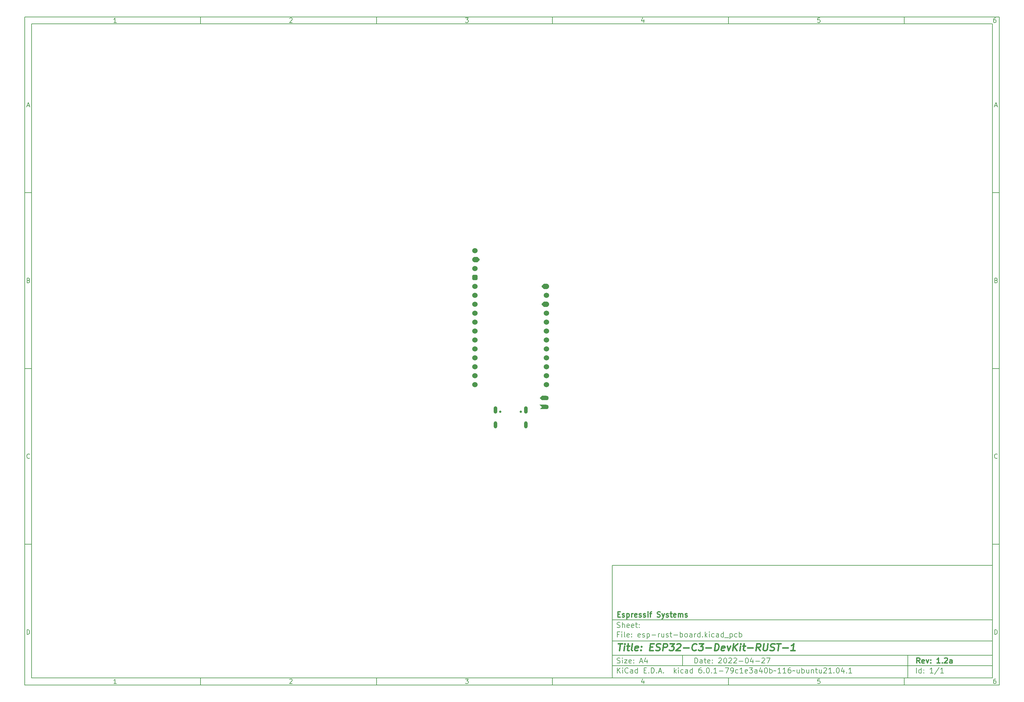
<source format=gbr>
G04 #@! TF.GenerationSoftware,KiCad,Pcbnew,6.0.1-79c1e3a40b~116~ubuntu21.04.1*
G04 #@! TF.CreationDate,2022-06-01T13:50:28+01:00*
G04 #@! TF.ProjectId,esp-rust-board,6573702d-7275-4737-942d-626f6172642e,1.2a*
G04 #@! TF.SameCoordinates,Original*
G04 #@! TF.FileFunction,Soldermask,Bot*
G04 #@! TF.FilePolarity,Negative*
%FSLAX46Y46*%
G04 Gerber Fmt 4.6, Leading zero omitted, Abs format (unit mm)*
G04 Created by KiCad (PCBNEW 6.0.1-79c1e3a40b~116~ubuntu21.04.1) date 2022-06-01 13:50:28*
%MOMM*%
%LPD*%
G01*
G04 APERTURE LIST*
G04 Aperture macros list*
%AMRoundRect*
0 Rectangle with rounded corners*
0 $1 Rounding radius*
0 $2 $3 $4 $5 $6 $7 $8 $9 X,Y pos of 4 corners*
0 Add a 4 corners polygon primitive as box body*
4,1,4,$2,$3,$4,$5,$6,$7,$8,$9,$2,$3,0*
0 Add four circle primitives for the rounded corners*
1,1,$1+$1,$2,$3*
1,1,$1+$1,$4,$5*
1,1,$1+$1,$6,$7*
1,1,$1+$1,$8,$9*
0 Add four rect primitives between the rounded corners*
20,1,$1+$1,$2,$3,$4,$5,0*
20,1,$1+$1,$4,$5,$6,$7,0*
20,1,$1+$1,$6,$7,$8,$9,0*
20,1,$1+$1,$8,$9,$2,$3,0*%
%AMFreePoly0*
4,1,20,0.635000,1.270000,0.635000,0.000000,0.634861,-0.013298,0.613363,-0.164350,0.556455,-0.305914,0.467422,-0.429816,0.351404,-0.528905,0.215099,-0.597459,0.066376,-0.631521,-0.086179,-0.629125,-0.233759,-0.590408,-0.367844,-0.517606,-0.480692,-0.414922,-0.565789,-0.288284,-0.618223,-0.145003,-0.634231,0.000000,-0.635000,0.000000,-0.635000,1.270000,0.000000,1.905000,0.635000,1.270000,
0.635000,1.270000,$1*%
%AMFreePoly1*
4,1,20,0.635000,0.000000,0.634861,-0.013298,0.613363,-0.164350,0.556455,-0.305914,0.467422,-0.429816,0.351404,-0.528905,0.215099,-0.597459,0.066376,-0.631521,-0.086179,-0.629125,-0.233759,-0.590408,-0.367844,-0.517606,-0.480692,-0.414922,-0.565789,-0.288284,-0.618223,-0.145003,-0.634231,0.000000,-0.635000,0.000000,-0.635000,1.905000,0.000000,1.270000,0.635000,1.905000,0.635000,0.000000,
0.635000,0.000000,$1*%
%AMFreePoly2*
4,1,49,0.002312,0.761665,0.005320,0.761981,0.174003,0.741867,0.334039,0.684881,0.477472,0.593856,0.597174,0.473315,0.687196,0.329249,0.743064,0.168820,0.762000,0.000000,0.761703,-0.021276,0.738060,-0.189502,0.677735,-0.348309,0.583726,-0.489804,0.460705,-0.606956,0.314786,-0.693941,0.153221,-0.746436,0.023340,-0.758256,0.017894,-0.760733,0.009500,-0.759516,0.008003,-0.759652,
0.000000,-0.762000,-0.635000,-0.762000,-0.657384,-0.758754,-0.662054,-0.759085,-0.664565,-0.757713,-0.671070,-0.756770,-0.697347,-0.739803,-0.724802,-0.724803,-1.359803,-0.089803,-1.381610,-0.060599,-1.383542,-0.051624,-1.389035,-0.044268,-1.390951,-0.017209,-1.396658,0.009301,-1.393436,0.017895,-1.394085,0.027055,-1.381079,0.050860,-1.371560,0.076254,-1.364205,0.081746,-1.359803,0.089803,
-0.724802,0.724803,-0.706680,0.738336,-0.703611,0.741872,-0.700865,0.742678,-0.695599,0.746610,-0.665018,0.753194,-0.635000,0.762000,0.000000,0.762000,0.002312,0.761665,0.002312,0.761665,$1*%
%AMFreePoly3*
4,1,48,0.657385,0.758754,0.662055,0.759085,0.664566,0.757713,0.671070,0.756770,0.697342,0.739806,0.724803,0.724803,1.359803,0.089802,1.381610,0.060599,1.383542,0.051625,1.389035,0.044269,1.390951,0.017212,1.396659,-0.009302,1.393437,-0.017898,1.394085,-0.027054,1.381082,-0.050854,1.371560,-0.076254,1.364204,-0.081747,1.359803,-0.089802,0.724803,-0.724803,0.706679,-0.738336,
0.703611,-0.741872,0.700866,-0.742677,0.695599,-0.746610,0.665023,-0.753192,0.635000,-0.762000,0.000000,-0.762000,-0.006861,-0.761005,-0.015958,-0.761833,-0.184344,-0.739365,-0.343569,-0.680150,-0.485717,-0.587131,-0.603725,-0.464931,-0.691726,-0.319622,-0.745348,-0.158429,-0.761926,0.010639,-0.740634,0.179178,-0.682532,0.338812,-0.590508,0.481606,-0.469134,0.600464,-0.324444,0.689478,
-0.163628,0.744224,-0.021304,0.759183,-0.017894,0.760733,-0.013128,0.760042,-0.003071,0.761099,0.000000,0.762000,0.635000,0.762000,0.657385,0.758754,0.657385,0.758754,$1*%
G04 Aperture macros list end*
%ADD10C,0.100000*%
%ADD11C,0.150000*%
%ADD12C,0.300000*%
%ADD13C,0.400000*%
%ADD14FreePoly0,90.000000*%
%ADD15FreePoly1,90.000000*%
%ADD16FreePoly2,0.000000*%
%ADD17C,1.524000*%
%ADD18RoundRect,0.381000X-0.381000X-0.381000X0.381000X-0.381000X0.381000X0.381000X-0.381000X0.381000X0*%
%ADD19FreePoly3,0.000000*%
%ADD20C,0.650000*%
%ADD21O,1.050000X2.100000*%
%ADD22O,1.000000X2.000000*%
G04 APERTURE END LIST*
D10*
D11*
X177002200Y-166007200D02*
X177002200Y-198007200D01*
X285002200Y-198007200D01*
X285002200Y-166007200D01*
X177002200Y-166007200D01*
D10*
D11*
X10000000Y-10000000D02*
X10000000Y-200007200D01*
X287002200Y-200007200D01*
X287002200Y-10000000D01*
X10000000Y-10000000D01*
D10*
D11*
X12000000Y-12000000D02*
X12000000Y-198007200D01*
X285002200Y-198007200D01*
X285002200Y-12000000D01*
X12000000Y-12000000D01*
D10*
D11*
X60000000Y-12000000D02*
X60000000Y-10000000D01*
D10*
D11*
X110000000Y-12000000D02*
X110000000Y-10000000D01*
D10*
D11*
X160000000Y-12000000D02*
X160000000Y-10000000D01*
D10*
D11*
X210000000Y-12000000D02*
X210000000Y-10000000D01*
D10*
D11*
X260000000Y-12000000D02*
X260000000Y-10000000D01*
D10*
D11*
X36065476Y-11588095D02*
X35322619Y-11588095D01*
X35694047Y-11588095D02*
X35694047Y-10288095D01*
X35570238Y-10473809D01*
X35446428Y-10597619D01*
X35322619Y-10659523D01*
D10*
D11*
X85322619Y-10411904D02*
X85384523Y-10350000D01*
X85508333Y-10288095D01*
X85817857Y-10288095D01*
X85941666Y-10350000D01*
X86003571Y-10411904D01*
X86065476Y-10535714D01*
X86065476Y-10659523D01*
X86003571Y-10845238D01*
X85260714Y-11588095D01*
X86065476Y-11588095D01*
D10*
D11*
X135260714Y-10288095D02*
X136065476Y-10288095D01*
X135632142Y-10783333D01*
X135817857Y-10783333D01*
X135941666Y-10845238D01*
X136003571Y-10907142D01*
X136065476Y-11030952D01*
X136065476Y-11340476D01*
X136003571Y-11464285D01*
X135941666Y-11526190D01*
X135817857Y-11588095D01*
X135446428Y-11588095D01*
X135322619Y-11526190D01*
X135260714Y-11464285D01*
D10*
D11*
X185941666Y-10721428D02*
X185941666Y-11588095D01*
X185632142Y-10226190D02*
X185322619Y-11154761D01*
X186127380Y-11154761D01*
D10*
D11*
X236003571Y-10288095D02*
X235384523Y-10288095D01*
X235322619Y-10907142D01*
X235384523Y-10845238D01*
X235508333Y-10783333D01*
X235817857Y-10783333D01*
X235941666Y-10845238D01*
X236003571Y-10907142D01*
X236065476Y-11030952D01*
X236065476Y-11340476D01*
X236003571Y-11464285D01*
X235941666Y-11526190D01*
X235817857Y-11588095D01*
X235508333Y-11588095D01*
X235384523Y-11526190D01*
X235322619Y-11464285D01*
D10*
D11*
X285941666Y-10288095D02*
X285694047Y-10288095D01*
X285570238Y-10350000D01*
X285508333Y-10411904D01*
X285384523Y-10597619D01*
X285322619Y-10845238D01*
X285322619Y-11340476D01*
X285384523Y-11464285D01*
X285446428Y-11526190D01*
X285570238Y-11588095D01*
X285817857Y-11588095D01*
X285941666Y-11526190D01*
X286003571Y-11464285D01*
X286065476Y-11340476D01*
X286065476Y-11030952D01*
X286003571Y-10907142D01*
X285941666Y-10845238D01*
X285817857Y-10783333D01*
X285570238Y-10783333D01*
X285446428Y-10845238D01*
X285384523Y-10907142D01*
X285322619Y-11030952D01*
D10*
D11*
X60000000Y-198007200D02*
X60000000Y-200007200D01*
D10*
D11*
X110000000Y-198007200D02*
X110000000Y-200007200D01*
D10*
D11*
X160000000Y-198007200D02*
X160000000Y-200007200D01*
D10*
D11*
X210000000Y-198007200D02*
X210000000Y-200007200D01*
D10*
D11*
X260000000Y-198007200D02*
X260000000Y-200007200D01*
D10*
D11*
X36065476Y-199595295D02*
X35322619Y-199595295D01*
X35694047Y-199595295D02*
X35694047Y-198295295D01*
X35570238Y-198481009D01*
X35446428Y-198604819D01*
X35322619Y-198666723D01*
D10*
D11*
X85322619Y-198419104D02*
X85384523Y-198357200D01*
X85508333Y-198295295D01*
X85817857Y-198295295D01*
X85941666Y-198357200D01*
X86003571Y-198419104D01*
X86065476Y-198542914D01*
X86065476Y-198666723D01*
X86003571Y-198852438D01*
X85260714Y-199595295D01*
X86065476Y-199595295D01*
D10*
D11*
X135260714Y-198295295D02*
X136065476Y-198295295D01*
X135632142Y-198790533D01*
X135817857Y-198790533D01*
X135941666Y-198852438D01*
X136003571Y-198914342D01*
X136065476Y-199038152D01*
X136065476Y-199347676D01*
X136003571Y-199471485D01*
X135941666Y-199533390D01*
X135817857Y-199595295D01*
X135446428Y-199595295D01*
X135322619Y-199533390D01*
X135260714Y-199471485D01*
D10*
D11*
X185941666Y-198728628D02*
X185941666Y-199595295D01*
X185632142Y-198233390D02*
X185322619Y-199161961D01*
X186127380Y-199161961D01*
D10*
D11*
X236003571Y-198295295D02*
X235384523Y-198295295D01*
X235322619Y-198914342D01*
X235384523Y-198852438D01*
X235508333Y-198790533D01*
X235817857Y-198790533D01*
X235941666Y-198852438D01*
X236003571Y-198914342D01*
X236065476Y-199038152D01*
X236065476Y-199347676D01*
X236003571Y-199471485D01*
X235941666Y-199533390D01*
X235817857Y-199595295D01*
X235508333Y-199595295D01*
X235384523Y-199533390D01*
X235322619Y-199471485D01*
D10*
D11*
X285941666Y-198295295D02*
X285694047Y-198295295D01*
X285570238Y-198357200D01*
X285508333Y-198419104D01*
X285384523Y-198604819D01*
X285322619Y-198852438D01*
X285322619Y-199347676D01*
X285384523Y-199471485D01*
X285446428Y-199533390D01*
X285570238Y-199595295D01*
X285817857Y-199595295D01*
X285941666Y-199533390D01*
X286003571Y-199471485D01*
X286065476Y-199347676D01*
X286065476Y-199038152D01*
X286003571Y-198914342D01*
X285941666Y-198852438D01*
X285817857Y-198790533D01*
X285570238Y-198790533D01*
X285446428Y-198852438D01*
X285384523Y-198914342D01*
X285322619Y-199038152D01*
D10*
D11*
X10000000Y-60000000D02*
X12000000Y-60000000D01*
D10*
D11*
X10000000Y-110000000D02*
X12000000Y-110000000D01*
D10*
D11*
X10000000Y-160000000D02*
X12000000Y-160000000D01*
D10*
D11*
X10690476Y-35216666D02*
X11309523Y-35216666D01*
X10566666Y-35588095D02*
X11000000Y-34288095D01*
X11433333Y-35588095D01*
D10*
D11*
X11092857Y-84907142D02*
X11278571Y-84969047D01*
X11340476Y-85030952D01*
X11402380Y-85154761D01*
X11402380Y-85340476D01*
X11340476Y-85464285D01*
X11278571Y-85526190D01*
X11154761Y-85588095D01*
X10659523Y-85588095D01*
X10659523Y-84288095D01*
X11092857Y-84288095D01*
X11216666Y-84350000D01*
X11278571Y-84411904D01*
X11340476Y-84535714D01*
X11340476Y-84659523D01*
X11278571Y-84783333D01*
X11216666Y-84845238D01*
X11092857Y-84907142D01*
X10659523Y-84907142D01*
D10*
D11*
X11402380Y-135464285D02*
X11340476Y-135526190D01*
X11154761Y-135588095D01*
X11030952Y-135588095D01*
X10845238Y-135526190D01*
X10721428Y-135402380D01*
X10659523Y-135278571D01*
X10597619Y-135030952D01*
X10597619Y-134845238D01*
X10659523Y-134597619D01*
X10721428Y-134473809D01*
X10845238Y-134350000D01*
X11030952Y-134288095D01*
X11154761Y-134288095D01*
X11340476Y-134350000D01*
X11402380Y-134411904D01*
D10*
D11*
X10659523Y-185588095D02*
X10659523Y-184288095D01*
X10969047Y-184288095D01*
X11154761Y-184350000D01*
X11278571Y-184473809D01*
X11340476Y-184597619D01*
X11402380Y-184845238D01*
X11402380Y-185030952D01*
X11340476Y-185278571D01*
X11278571Y-185402380D01*
X11154761Y-185526190D01*
X10969047Y-185588095D01*
X10659523Y-185588095D01*
D10*
D11*
X287002200Y-60000000D02*
X285002200Y-60000000D01*
D10*
D11*
X287002200Y-110000000D02*
X285002200Y-110000000D01*
D10*
D11*
X287002200Y-160000000D02*
X285002200Y-160000000D01*
D10*
D11*
X285692676Y-35216666D02*
X286311723Y-35216666D01*
X285568866Y-35588095D02*
X286002200Y-34288095D01*
X286435533Y-35588095D01*
D10*
D11*
X286095057Y-84907142D02*
X286280771Y-84969047D01*
X286342676Y-85030952D01*
X286404580Y-85154761D01*
X286404580Y-85340476D01*
X286342676Y-85464285D01*
X286280771Y-85526190D01*
X286156961Y-85588095D01*
X285661723Y-85588095D01*
X285661723Y-84288095D01*
X286095057Y-84288095D01*
X286218866Y-84350000D01*
X286280771Y-84411904D01*
X286342676Y-84535714D01*
X286342676Y-84659523D01*
X286280771Y-84783333D01*
X286218866Y-84845238D01*
X286095057Y-84907142D01*
X285661723Y-84907142D01*
D10*
D11*
X286404580Y-135464285D02*
X286342676Y-135526190D01*
X286156961Y-135588095D01*
X286033152Y-135588095D01*
X285847438Y-135526190D01*
X285723628Y-135402380D01*
X285661723Y-135278571D01*
X285599819Y-135030952D01*
X285599819Y-134845238D01*
X285661723Y-134597619D01*
X285723628Y-134473809D01*
X285847438Y-134350000D01*
X286033152Y-134288095D01*
X286156961Y-134288095D01*
X286342676Y-134350000D01*
X286404580Y-134411904D01*
D10*
D11*
X285661723Y-185588095D02*
X285661723Y-184288095D01*
X285971247Y-184288095D01*
X286156961Y-184350000D01*
X286280771Y-184473809D01*
X286342676Y-184597619D01*
X286404580Y-184845238D01*
X286404580Y-185030952D01*
X286342676Y-185278571D01*
X286280771Y-185402380D01*
X286156961Y-185526190D01*
X285971247Y-185588095D01*
X285661723Y-185588095D01*
D10*
D11*
X200434342Y-193785771D02*
X200434342Y-192285771D01*
X200791485Y-192285771D01*
X201005771Y-192357200D01*
X201148628Y-192500057D01*
X201220057Y-192642914D01*
X201291485Y-192928628D01*
X201291485Y-193142914D01*
X201220057Y-193428628D01*
X201148628Y-193571485D01*
X201005771Y-193714342D01*
X200791485Y-193785771D01*
X200434342Y-193785771D01*
X202577200Y-193785771D02*
X202577200Y-193000057D01*
X202505771Y-192857200D01*
X202362914Y-192785771D01*
X202077200Y-192785771D01*
X201934342Y-192857200D01*
X202577200Y-193714342D02*
X202434342Y-193785771D01*
X202077200Y-193785771D01*
X201934342Y-193714342D01*
X201862914Y-193571485D01*
X201862914Y-193428628D01*
X201934342Y-193285771D01*
X202077200Y-193214342D01*
X202434342Y-193214342D01*
X202577200Y-193142914D01*
X203077200Y-192785771D02*
X203648628Y-192785771D01*
X203291485Y-192285771D02*
X203291485Y-193571485D01*
X203362914Y-193714342D01*
X203505771Y-193785771D01*
X203648628Y-193785771D01*
X204720057Y-193714342D02*
X204577200Y-193785771D01*
X204291485Y-193785771D01*
X204148628Y-193714342D01*
X204077200Y-193571485D01*
X204077200Y-193000057D01*
X204148628Y-192857200D01*
X204291485Y-192785771D01*
X204577200Y-192785771D01*
X204720057Y-192857200D01*
X204791485Y-193000057D01*
X204791485Y-193142914D01*
X204077200Y-193285771D01*
X205434342Y-193642914D02*
X205505771Y-193714342D01*
X205434342Y-193785771D01*
X205362914Y-193714342D01*
X205434342Y-193642914D01*
X205434342Y-193785771D01*
X205434342Y-192857200D02*
X205505771Y-192928628D01*
X205434342Y-193000057D01*
X205362914Y-192928628D01*
X205434342Y-192857200D01*
X205434342Y-193000057D01*
X207220057Y-192428628D02*
X207291485Y-192357200D01*
X207434342Y-192285771D01*
X207791485Y-192285771D01*
X207934342Y-192357200D01*
X208005771Y-192428628D01*
X208077200Y-192571485D01*
X208077200Y-192714342D01*
X208005771Y-192928628D01*
X207148628Y-193785771D01*
X208077200Y-193785771D01*
X209005771Y-192285771D02*
X209148628Y-192285771D01*
X209291485Y-192357200D01*
X209362914Y-192428628D01*
X209434342Y-192571485D01*
X209505771Y-192857200D01*
X209505771Y-193214342D01*
X209434342Y-193500057D01*
X209362914Y-193642914D01*
X209291485Y-193714342D01*
X209148628Y-193785771D01*
X209005771Y-193785771D01*
X208862914Y-193714342D01*
X208791485Y-193642914D01*
X208720057Y-193500057D01*
X208648628Y-193214342D01*
X208648628Y-192857200D01*
X208720057Y-192571485D01*
X208791485Y-192428628D01*
X208862914Y-192357200D01*
X209005771Y-192285771D01*
X210077200Y-192428628D02*
X210148628Y-192357200D01*
X210291485Y-192285771D01*
X210648628Y-192285771D01*
X210791485Y-192357200D01*
X210862914Y-192428628D01*
X210934342Y-192571485D01*
X210934342Y-192714342D01*
X210862914Y-192928628D01*
X210005771Y-193785771D01*
X210934342Y-193785771D01*
X211505771Y-192428628D02*
X211577200Y-192357200D01*
X211720057Y-192285771D01*
X212077200Y-192285771D01*
X212220057Y-192357200D01*
X212291485Y-192428628D01*
X212362914Y-192571485D01*
X212362914Y-192714342D01*
X212291485Y-192928628D01*
X211434342Y-193785771D01*
X212362914Y-193785771D01*
X213005771Y-193214342D02*
X214148628Y-193214342D01*
X215148628Y-192285771D02*
X215291485Y-192285771D01*
X215434342Y-192357200D01*
X215505771Y-192428628D01*
X215577200Y-192571485D01*
X215648628Y-192857200D01*
X215648628Y-193214342D01*
X215577200Y-193500057D01*
X215505771Y-193642914D01*
X215434342Y-193714342D01*
X215291485Y-193785771D01*
X215148628Y-193785771D01*
X215005771Y-193714342D01*
X214934342Y-193642914D01*
X214862914Y-193500057D01*
X214791485Y-193214342D01*
X214791485Y-192857200D01*
X214862914Y-192571485D01*
X214934342Y-192428628D01*
X215005771Y-192357200D01*
X215148628Y-192285771D01*
X216934342Y-192785771D02*
X216934342Y-193785771D01*
X216577200Y-192214342D02*
X216220057Y-193285771D01*
X217148628Y-193285771D01*
X217720057Y-193214342D02*
X218862914Y-193214342D01*
X219505771Y-192428628D02*
X219577200Y-192357200D01*
X219720057Y-192285771D01*
X220077200Y-192285771D01*
X220220057Y-192357200D01*
X220291485Y-192428628D01*
X220362914Y-192571485D01*
X220362914Y-192714342D01*
X220291485Y-192928628D01*
X219434342Y-193785771D01*
X220362914Y-193785771D01*
X220862914Y-192285771D02*
X221862914Y-192285771D01*
X221220057Y-193785771D01*
D10*
D11*
X177002200Y-194507200D02*
X285002200Y-194507200D01*
D10*
D11*
X178434342Y-196585771D02*
X178434342Y-195085771D01*
X179291485Y-196585771D02*
X178648628Y-195728628D01*
X179291485Y-195085771D02*
X178434342Y-195942914D01*
X179934342Y-196585771D02*
X179934342Y-195585771D01*
X179934342Y-195085771D02*
X179862914Y-195157200D01*
X179934342Y-195228628D01*
X180005771Y-195157200D01*
X179934342Y-195085771D01*
X179934342Y-195228628D01*
X181505771Y-196442914D02*
X181434342Y-196514342D01*
X181220057Y-196585771D01*
X181077200Y-196585771D01*
X180862914Y-196514342D01*
X180720057Y-196371485D01*
X180648628Y-196228628D01*
X180577200Y-195942914D01*
X180577200Y-195728628D01*
X180648628Y-195442914D01*
X180720057Y-195300057D01*
X180862914Y-195157200D01*
X181077200Y-195085771D01*
X181220057Y-195085771D01*
X181434342Y-195157200D01*
X181505771Y-195228628D01*
X182791485Y-196585771D02*
X182791485Y-195800057D01*
X182720057Y-195657200D01*
X182577200Y-195585771D01*
X182291485Y-195585771D01*
X182148628Y-195657200D01*
X182791485Y-196514342D02*
X182648628Y-196585771D01*
X182291485Y-196585771D01*
X182148628Y-196514342D01*
X182077200Y-196371485D01*
X182077200Y-196228628D01*
X182148628Y-196085771D01*
X182291485Y-196014342D01*
X182648628Y-196014342D01*
X182791485Y-195942914D01*
X184148628Y-196585771D02*
X184148628Y-195085771D01*
X184148628Y-196514342D02*
X184005771Y-196585771D01*
X183720057Y-196585771D01*
X183577200Y-196514342D01*
X183505771Y-196442914D01*
X183434342Y-196300057D01*
X183434342Y-195871485D01*
X183505771Y-195728628D01*
X183577200Y-195657200D01*
X183720057Y-195585771D01*
X184005771Y-195585771D01*
X184148628Y-195657200D01*
X186005771Y-195800057D02*
X186505771Y-195800057D01*
X186720057Y-196585771D02*
X186005771Y-196585771D01*
X186005771Y-195085771D01*
X186720057Y-195085771D01*
X187362914Y-196442914D02*
X187434342Y-196514342D01*
X187362914Y-196585771D01*
X187291485Y-196514342D01*
X187362914Y-196442914D01*
X187362914Y-196585771D01*
X188077200Y-196585771D02*
X188077200Y-195085771D01*
X188434342Y-195085771D01*
X188648628Y-195157200D01*
X188791485Y-195300057D01*
X188862914Y-195442914D01*
X188934342Y-195728628D01*
X188934342Y-195942914D01*
X188862914Y-196228628D01*
X188791485Y-196371485D01*
X188648628Y-196514342D01*
X188434342Y-196585771D01*
X188077200Y-196585771D01*
X189577200Y-196442914D02*
X189648628Y-196514342D01*
X189577200Y-196585771D01*
X189505771Y-196514342D01*
X189577200Y-196442914D01*
X189577200Y-196585771D01*
X190220057Y-196157200D02*
X190934342Y-196157200D01*
X190077200Y-196585771D02*
X190577200Y-195085771D01*
X191077200Y-196585771D01*
X191577200Y-196442914D02*
X191648628Y-196514342D01*
X191577200Y-196585771D01*
X191505771Y-196514342D01*
X191577200Y-196442914D01*
X191577200Y-196585771D01*
X194577200Y-196585771D02*
X194577200Y-195085771D01*
X194720057Y-196014342D02*
X195148628Y-196585771D01*
X195148628Y-195585771D02*
X194577200Y-196157200D01*
X195791485Y-196585771D02*
X195791485Y-195585771D01*
X195791485Y-195085771D02*
X195720057Y-195157200D01*
X195791485Y-195228628D01*
X195862914Y-195157200D01*
X195791485Y-195085771D01*
X195791485Y-195228628D01*
X197148628Y-196514342D02*
X197005771Y-196585771D01*
X196720057Y-196585771D01*
X196577200Y-196514342D01*
X196505771Y-196442914D01*
X196434342Y-196300057D01*
X196434342Y-195871485D01*
X196505771Y-195728628D01*
X196577200Y-195657200D01*
X196720057Y-195585771D01*
X197005771Y-195585771D01*
X197148628Y-195657200D01*
X198434342Y-196585771D02*
X198434342Y-195800057D01*
X198362914Y-195657200D01*
X198220057Y-195585771D01*
X197934342Y-195585771D01*
X197791485Y-195657200D01*
X198434342Y-196514342D02*
X198291485Y-196585771D01*
X197934342Y-196585771D01*
X197791485Y-196514342D01*
X197720057Y-196371485D01*
X197720057Y-196228628D01*
X197791485Y-196085771D01*
X197934342Y-196014342D01*
X198291485Y-196014342D01*
X198434342Y-195942914D01*
X199791485Y-196585771D02*
X199791485Y-195085771D01*
X199791485Y-196514342D02*
X199648628Y-196585771D01*
X199362914Y-196585771D01*
X199220057Y-196514342D01*
X199148628Y-196442914D01*
X199077200Y-196300057D01*
X199077200Y-195871485D01*
X199148628Y-195728628D01*
X199220057Y-195657200D01*
X199362914Y-195585771D01*
X199648628Y-195585771D01*
X199791485Y-195657200D01*
X202291485Y-195085771D02*
X202005771Y-195085771D01*
X201862914Y-195157200D01*
X201791485Y-195228628D01*
X201648628Y-195442914D01*
X201577200Y-195728628D01*
X201577200Y-196300057D01*
X201648628Y-196442914D01*
X201720057Y-196514342D01*
X201862914Y-196585771D01*
X202148628Y-196585771D01*
X202291485Y-196514342D01*
X202362914Y-196442914D01*
X202434342Y-196300057D01*
X202434342Y-195942914D01*
X202362914Y-195800057D01*
X202291485Y-195728628D01*
X202148628Y-195657200D01*
X201862914Y-195657200D01*
X201720057Y-195728628D01*
X201648628Y-195800057D01*
X201577200Y-195942914D01*
X203077200Y-196442914D02*
X203148628Y-196514342D01*
X203077200Y-196585771D01*
X203005771Y-196514342D01*
X203077200Y-196442914D01*
X203077200Y-196585771D01*
X204077200Y-195085771D02*
X204220057Y-195085771D01*
X204362914Y-195157200D01*
X204434342Y-195228628D01*
X204505771Y-195371485D01*
X204577200Y-195657200D01*
X204577200Y-196014342D01*
X204505771Y-196300057D01*
X204434342Y-196442914D01*
X204362914Y-196514342D01*
X204220057Y-196585771D01*
X204077200Y-196585771D01*
X203934342Y-196514342D01*
X203862914Y-196442914D01*
X203791485Y-196300057D01*
X203720057Y-196014342D01*
X203720057Y-195657200D01*
X203791485Y-195371485D01*
X203862914Y-195228628D01*
X203934342Y-195157200D01*
X204077200Y-195085771D01*
X205220057Y-196442914D02*
X205291485Y-196514342D01*
X205220057Y-196585771D01*
X205148628Y-196514342D01*
X205220057Y-196442914D01*
X205220057Y-196585771D01*
X206720057Y-196585771D02*
X205862914Y-196585771D01*
X206291485Y-196585771D02*
X206291485Y-195085771D01*
X206148628Y-195300057D01*
X206005771Y-195442914D01*
X205862914Y-195514342D01*
X207362914Y-196014342D02*
X208505771Y-196014342D01*
X209077200Y-195085771D02*
X210077200Y-195085771D01*
X209434342Y-196585771D01*
X210720057Y-196585771D02*
X211005771Y-196585771D01*
X211148628Y-196514342D01*
X211220057Y-196442914D01*
X211362914Y-196228628D01*
X211434342Y-195942914D01*
X211434342Y-195371485D01*
X211362914Y-195228628D01*
X211291485Y-195157200D01*
X211148628Y-195085771D01*
X210862914Y-195085771D01*
X210720057Y-195157200D01*
X210648628Y-195228628D01*
X210577200Y-195371485D01*
X210577200Y-195728628D01*
X210648628Y-195871485D01*
X210720057Y-195942914D01*
X210862914Y-196014342D01*
X211148628Y-196014342D01*
X211291485Y-195942914D01*
X211362914Y-195871485D01*
X211434342Y-195728628D01*
X212720057Y-196514342D02*
X212577200Y-196585771D01*
X212291485Y-196585771D01*
X212148628Y-196514342D01*
X212077200Y-196442914D01*
X212005771Y-196300057D01*
X212005771Y-195871485D01*
X212077200Y-195728628D01*
X212148628Y-195657200D01*
X212291485Y-195585771D01*
X212577200Y-195585771D01*
X212720057Y-195657200D01*
X214148628Y-196585771D02*
X213291485Y-196585771D01*
X213720057Y-196585771D02*
X213720057Y-195085771D01*
X213577200Y-195300057D01*
X213434342Y-195442914D01*
X213291485Y-195514342D01*
X215362914Y-196514342D02*
X215220057Y-196585771D01*
X214934342Y-196585771D01*
X214791485Y-196514342D01*
X214720057Y-196371485D01*
X214720057Y-195800057D01*
X214791485Y-195657200D01*
X214934342Y-195585771D01*
X215220057Y-195585771D01*
X215362914Y-195657200D01*
X215434342Y-195800057D01*
X215434342Y-195942914D01*
X214720057Y-196085771D01*
X215934342Y-195085771D02*
X216862914Y-195085771D01*
X216362914Y-195657200D01*
X216577200Y-195657200D01*
X216720057Y-195728628D01*
X216791485Y-195800057D01*
X216862914Y-195942914D01*
X216862914Y-196300057D01*
X216791485Y-196442914D01*
X216720057Y-196514342D01*
X216577200Y-196585771D01*
X216148628Y-196585771D01*
X216005771Y-196514342D01*
X215934342Y-196442914D01*
X218148628Y-196585771D02*
X218148628Y-195800057D01*
X218077200Y-195657200D01*
X217934342Y-195585771D01*
X217648628Y-195585771D01*
X217505771Y-195657200D01*
X218148628Y-196514342D02*
X218005771Y-196585771D01*
X217648628Y-196585771D01*
X217505771Y-196514342D01*
X217434342Y-196371485D01*
X217434342Y-196228628D01*
X217505771Y-196085771D01*
X217648628Y-196014342D01*
X218005771Y-196014342D01*
X218148628Y-195942914D01*
X219505771Y-195585771D02*
X219505771Y-196585771D01*
X219148628Y-195014342D02*
X218791485Y-196085771D01*
X219720057Y-196085771D01*
X220577200Y-195085771D02*
X220720057Y-195085771D01*
X220862914Y-195157200D01*
X220934342Y-195228628D01*
X221005771Y-195371485D01*
X221077200Y-195657200D01*
X221077200Y-196014342D01*
X221005771Y-196300057D01*
X220934342Y-196442914D01*
X220862914Y-196514342D01*
X220720057Y-196585771D01*
X220577200Y-196585771D01*
X220434342Y-196514342D01*
X220362914Y-196442914D01*
X220291485Y-196300057D01*
X220220057Y-196014342D01*
X220220057Y-195657200D01*
X220291485Y-195371485D01*
X220362914Y-195228628D01*
X220434342Y-195157200D01*
X220577200Y-195085771D01*
X221720057Y-196585771D02*
X221720057Y-195085771D01*
X221720057Y-195657200D02*
X221862914Y-195585771D01*
X222148628Y-195585771D01*
X222291485Y-195657200D01*
X222362914Y-195728628D01*
X222434342Y-195871485D01*
X222434342Y-196300057D01*
X222362914Y-196442914D01*
X222291485Y-196514342D01*
X222148628Y-196585771D01*
X221862914Y-196585771D01*
X221720057Y-196514342D01*
X222862914Y-196014342D02*
X222934342Y-195942914D01*
X223077200Y-195871485D01*
X223362914Y-196014342D01*
X223505771Y-195942914D01*
X223577200Y-195871485D01*
X224934342Y-196585771D02*
X224077200Y-196585771D01*
X224505771Y-196585771D02*
X224505771Y-195085771D01*
X224362914Y-195300057D01*
X224220057Y-195442914D01*
X224077200Y-195514342D01*
X226362914Y-196585771D02*
X225505771Y-196585771D01*
X225934342Y-196585771D02*
X225934342Y-195085771D01*
X225791485Y-195300057D01*
X225648628Y-195442914D01*
X225505771Y-195514342D01*
X227648628Y-195085771D02*
X227362914Y-195085771D01*
X227220057Y-195157200D01*
X227148628Y-195228628D01*
X227005771Y-195442914D01*
X226934342Y-195728628D01*
X226934342Y-196300057D01*
X227005771Y-196442914D01*
X227077199Y-196514342D01*
X227220057Y-196585771D01*
X227505771Y-196585771D01*
X227648628Y-196514342D01*
X227720057Y-196442914D01*
X227791485Y-196300057D01*
X227791485Y-195942914D01*
X227720057Y-195800057D01*
X227648628Y-195728628D01*
X227505771Y-195657200D01*
X227220057Y-195657200D01*
X227077199Y-195728628D01*
X227005771Y-195800057D01*
X226934342Y-195942914D01*
X228220057Y-196014342D02*
X228291485Y-195942914D01*
X228434342Y-195871485D01*
X228720057Y-196014342D01*
X228862914Y-195942914D01*
X228934342Y-195871485D01*
X230148628Y-195585771D02*
X230148628Y-196585771D01*
X229505771Y-195585771D02*
X229505771Y-196371485D01*
X229577199Y-196514342D01*
X229720057Y-196585771D01*
X229934342Y-196585771D01*
X230077199Y-196514342D01*
X230148628Y-196442914D01*
X230862914Y-196585771D02*
X230862914Y-195085771D01*
X230862914Y-195657200D02*
X231005771Y-195585771D01*
X231291485Y-195585771D01*
X231434342Y-195657200D01*
X231505771Y-195728628D01*
X231577200Y-195871485D01*
X231577200Y-196300057D01*
X231505771Y-196442914D01*
X231434342Y-196514342D01*
X231291485Y-196585771D01*
X231005771Y-196585771D01*
X230862914Y-196514342D01*
X232862914Y-195585771D02*
X232862914Y-196585771D01*
X232220057Y-195585771D02*
X232220057Y-196371485D01*
X232291485Y-196514342D01*
X232434342Y-196585771D01*
X232648628Y-196585771D01*
X232791485Y-196514342D01*
X232862914Y-196442914D01*
X233577200Y-195585771D02*
X233577200Y-196585771D01*
X233577200Y-195728628D02*
X233648628Y-195657200D01*
X233791485Y-195585771D01*
X234005771Y-195585771D01*
X234148628Y-195657200D01*
X234220057Y-195800057D01*
X234220057Y-196585771D01*
X234720057Y-195585771D02*
X235291485Y-195585771D01*
X234934342Y-195085771D02*
X234934342Y-196371485D01*
X235005771Y-196514342D01*
X235148628Y-196585771D01*
X235291485Y-196585771D01*
X236434342Y-195585771D02*
X236434342Y-196585771D01*
X235791485Y-195585771D02*
X235791485Y-196371485D01*
X235862914Y-196514342D01*
X236005771Y-196585771D01*
X236220057Y-196585771D01*
X236362914Y-196514342D01*
X236434342Y-196442914D01*
X237077200Y-195228628D02*
X237148628Y-195157200D01*
X237291485Y-195085771D01*
X237648628Y-195085771D01*
X237791485Y-195157200D01*
X237862914Y-195228628D01*
X237934342Y-195371485D01*
X237934342Y-195514342D01*
X237862914Y-195728628D01*
X237005771Y-196585771D01*
X237934342Y-196585771D01*
X239362914Y-196585771D02*
X238505771Y-196585771D01*
X238934342Y-196585771D02*
X238934342Y-195085771D01*
X238791485Y-195300057D01*
X238648628Y-195442914D01*
X238505771Y-195514342D01*
X240005771Y-196442914D02*
X240077199Y-196514342D01*
X240005771Y-196585771D01*
X239934342Y-196514342D01*
X240005771Y-196442914D01*
X240005771Y-196585771D01*
X241005771Y-195085771D02*
X241148628Y-195085771D01*
X241291485Y-195157200D01*
X241362914Y-195228628D01*
X241434342Y-195371485D01*
X241505771Y-195657200D01*
X241505771Y-196014342D01*
X241434342Y-196300057D01*
X241362914Y-196442914D01*
X241291485Y-196514342D01*
X241148628Y-196585771D01*
X241005771Y-196585771D01*
X240862914Y-196514342D01*
X240791485Y-196442914D01*
X240720057Y-196300057D01*
X240648628Y-196014342D01*
X240648628Y-195657200D01*
X240720057Y-195371485D01*
X240791485Y-195228628D01*
X240862914Y-195157200D01*
X241005771Y-195085771D01*
X242791485Y-195585771D02*
X242791485Y-196585771D01*
X242434342Y-195014342D02*
X242077199Y-196085771D01*
X243005771Y-196085771D01*
X243577199Y-196442914D02*
X243648628Y-196514342D01*
X243577199Y-196585771D01*
X243505771Y-196514342D01*
X243577199Y-196442914D01*
X243577199Y-196585771D01*
X245077199Y-196585771D02*
X244220057Y-196585771D01*
X244648628Y-196585771D02*
X244648628Y-195085771D01*
X244505771Y-195300057D01*
X244362914Y-195442914D01*
X244220057Y-195514342D01*
D10*
D11*
X177002200Y-191507200D02*
X285002200Y-191507200D01*
D10*
D12*
X264411485Y-193785771D02*
X263911485Y-193071485D01*
X263554342Y-193785771D02*
X263554342Y-192285771D01*
X264125771Y-192285771D01*
X264268628Y-192357200D01*
X264340057Y-192428628D01*
X264411485Y-192571485D01*
X264411485Y-192785771D01*
X264340057Y-192928628D01*
X264268628Y-193000057D01*
X264125771Y-193071485D01*
X263554342Y-193071485D01*
X265625771Y-193714342D02*
X265482914Y-193785771D01*
X265197200Y-193785771D01*
X265054342Y-193714342D01*
X264982914Y-193571485D01*
X264982914Y-193000057D01*
X265054342Y-192857200D01*
X265197200Y-192785771D01*
X265482914Y-192785771D01*
X265625771Y-192857200D01*
X265697200Y-193000057D01*
X265697200Y-193142914D01*
X264982914Y-193285771D01*
X266197200Y-192785771D02*
X266554342Y-193785771D01*
X266911485Y-192785771D01*
X267482914Y-193642914D02*
X267554342Y-193714342D01*
X267482914Y-193785771D01*
X267411485Y-193714342D01*
X267482914Y-193642914D01*
X267482914Y-193785771D01*
X267482914Y-192857200D02*
X267554342Y-192928628D01*
X267482914Y-193000057D01*
X267411485Y-192928628D01*
X267482914Y-192857200D01*
X267482914Y-193000057D01*
X270125771Y-193785771D02*
X269268628Y-193785771D01*
X269697200Y-193785771D02*
X269697200Y-192285771D01*
X269554342Y-192500057D01*
X269411485Y-192642914D01*
X269268628Y-192714342D01*
X270768628Y-193642914D02*
X270840057Y-193714342D01*
X270768628Y-193785771D01*
X270697200Y-193714342D01*
X270768628Y-193642914D01*
X270768628Y-193785771D01*
X271411485Y-192428628D02*
X271482914Y-192357200D01*
X271625771Y-192285771D01*
X271982914Y-192285771D01*
X272125771Y-192357200D01*
X272197200Y-192428628D01*
X272268628Y-192571485D01*
X272268628Y-192714342D01*
X272197200Y-192928628D01*
X271340057Y-193785771D01*
X272268628Y-193785771D01*
X273554342Y-193785771D02*
X273554342Y-193000057D01*
X273482914Y-192857200D01*
X273340057Y-192785771D01*
X273054342Y-192785771D01*
X272911485Y-192857200D01*
X273554342Y-193714342D02*
X273411485Y-193785771D01*
X273054342Y-193785771D01*
X272911485Y-193714342D01*
X272840057Y-193571485D01*
X272840057Y-193428628D01*
X272911485Y-193285771D01*
X273054342Y-193214342D01*
X273411485Y-193214342D01*
X273554342Y-193142914D01*
D10*
D11*
X178362914Y-193714342D02*
X178577200Y-193785771D01*
X178934342Y-193785771D01*
X179077200Y-193714342D01*
X179148628Y-193642914D01*
X179220057Y-193500057D01*
X179220057Y-193357200D01*
X179148628Y-193214342D01*
X179077200Y-193142914D01*
X178934342Y-193071485D01*
X178648628Y-193000057D01*
X178505771Y-192928628D01*
X178434342Y-192857200D01*
X178362914Y-192714342D01*
X178362914Y-192571485D01*
X178434342Y-192428628D01*
X178505771Y-192357200D01*
X178648628Y-192285771D01*
X179005771Y-192285771D01*
X179220057Y-192357200D01*
X179862914Y-193785771D02*
X179862914Y-192785771D01*
X179862914Y-192285771D02*
X179791485Y-192357200D01*
X179862914Y-192428628D01*
X179934342Y-192357200D01*
X179862914Y-192285771D01*
X179862914Y-192428628D01*
X180434342Y-192785771D02*
X181220057Y-192785771D01*
X180434342Y-193785771D01*
X181220057Y-193785771D01*
X182362914Y-193714342D02*
X182220057Y-193785771D01*
X181934342Y-193785771D01*
X181791485Y-193714342D01*
X181720057Y-193571485D01*
X181720057Y-193000057D01*
X181791485Y-192857200D01*
X181934342Y-192785771D01*
X182220057Y-192785771D01*
X182362914Y-192857200D01*
X182434342Y-193000057D01*
X182434342Y-193142914D01*
X181720057Y-193285771D01*
X183077200Y-193642914D02*
X183148628Y-193714342D01*
X183077200Y-193785771D01*
X183005771Y-193714342D01*
X183077200Y-193642914D01*
X183077200Y-193785771D01*
X183077200Y-192857200D02*
X183148628Y-192928628D01*
X183077200Y-193000057D01*
X183005771Y-192928628D01*
X183077200Y-192857200D01*
X183077200Y-193000057D01*
X184862914Y-193357200D02*
X185577200Y-193357200D01*
X184720057Y-193785771D02*
X185220057Y-192285771D01*
X185720057Y-193785771D01*
X186862914Y-192785771D02*
X186862914Y-193785771D01*
X186505771Y-192214342D02*
X186148628Y-193285771D01*
X187077200Y-193285771D01*
D10*
D11*
X263434342Y-196585771D02*
X263434342Y-195085771D01*
X264791485Y-196585771D02*
X264791485Y-195085771D01*
X264791485Y-196514342D02*
X264648628Y-196585771D01*
X264362914Y-196585771D01*
X264220057Y-196514342D01*
X264148628Y-196442914D01*
X264077200Y-196300057D01*
X264077200Y-195871485D01*
X264148628Y-195728628D01*
X264220057Y-195657200D01*
X264362914Y-195585771D01*
X264648628Y-195585771D01*
X264791485Y-195657200D01*
X265505771Y-196442914D02*
X265577200Y-196514342D01*
X265505771Y-196585771D01*
X265434342Y-196514342D01*
X265505771Y-196442914D01*
X265505771Y-196585771D01*
X265505771Y-195657200D02*
X265577200Y-195728628D01*
X265505771Y-195800057D01*
X265434342Y-195728628D01*
X265505771Y-195657200D01*
X265505771Y-195800057D01*
X268148628Y-196585771D02*
X267291485Y-196585771D01*
X267720057Y-196585771D02*
X267720057Y-195085771D01*
X267577200Y-195300057D01*
X267434342Y-195442914D01*
X267291485Y-195514342D01*
X269862914Y-195014342D02*
X268577200Y-196942914D01*
X271148628Y-196585771D02*
X270291485Y-196585771D01*
X270720057Y-196585771D02*
X270720057Y-195085771D01*
X270577200Y-195300057D01*
X270434342Y-195442914D01*
X270291485Y-195514342D01*
D10*
D11*
X177002200Y-187507200D02*
X285002200Y-187507200D01*
D10*
D13*
X178714580Y-188211961D02*
X179857438Y-188211961D01*
X179036009Y-190211961D02*
X179286009Y-188211961D01*
X180274104Y-190211961D02*
X180440771Y-188878628D01*
X180524104Y-188211961D02*
X180416961Y-188307200D01*
X180500295Y-188402438D01*
X180607438Y-188307200D01*
X180524104Y-188211961D01*
X180500295Y-188402438D01*
X181107438Y-188878628D02*
X181869342Y-188878628D01*
X181476485Y-188211961D02*
X181262200Y-189926247D01*
X181333628Y-190116723D01*
X181512200Y-190211961D01*
X181702676Y-190211961D01*
X182655057Y-190211961D02*
X182476485Y-190116723D01*
X182405057Y-189926247D01*
X182619342Y-188211961D01*
X184190771Y-190116723D02*
X183988390Y-190211961D01*
X183607438Y-190211961D01*
X183428866Y-190116723D01*
X183357438Y-189926247D01*
X183452676Y-189164342D01*
X183571723Y-188973866D01*
X183774104Y-188878628D01*
X184155057Y-188878628D01*
X184333628Y-188973866D01*
X184405057Y-189164342D01*
X184381247Y-189354819D01*
X183405057Y-189545295D01*
X185155057Y-190021485D02*
X185238390Y-190116723D01*
X185131247Y-190211961D01*
X185047914Y-190116723D01*
X185155057Y-190021485D01*
X185131247Y-190211961D01*
X185286009Y-188973866D02*
X185369342Y-189069104D01*
X185262200Y-189164342D01*
X185178866Y-189069104D01*
X185286009Y-188973866D01*
X185262200Y-189164342D01*
X187738390Y-189164342D02*
X188405057Y-189164342D01*
X188559819Y-190211961D02*
X187607438Y-190211961D01*
X187857438Y-188211961D01*
X188809819Y-188211961D01*
X189333628Y-190116723D02*
X189607438Y-190211961D01*
X190083628Y-190211961D01*
X190286009Y-190116723D01*
X190393152Y-190021485D01*
X190512200Y-189831009D01*
X190536009Y-189640533D01*
X190464580Y-189450057D01*
X190381247Y-189354819D01*
X190202676Y-189259580D01*
X189833628Y-189164342D01*
X189655057Y-189069104D01*
X189571723Y-188973866D01*
X189500295Y-188783390D01*
X189524104Y-188592914D01*
X189643152Y-188402438D01*
X189750295Y-188307200D01*
X189952676Y-188211961D01*
X190428866Y-188211961D01*
X190702676Y-188307200D01*
X191321723Y-190211961D02*
X191571723Y-188211961D01*
X192333628Y-188211961D01*
X192512200Y-188307200D01*
X192595533Y-188402438D01*
X192666961Y-188592914D01*
X192631247Y-188878628D01*
X192512200Y-189069104D01*
X192405057Y-189164342D01*
X192202676Y-189259580D01*
X191440771Y-189259580D01*
X193381247Y-188211961D02*
X194619342Y-188211961D01*
X193857438Y-188973866D01*
X194143152Y-188973866D01*
X194321723Y-189069104D01*
X194405057Y-189164342D01*
X194476485Y-189354819D01*
X194416961Y-189831009D01*
X194297914Y-190021485D01*
X194190771Y-190116723D01*
X193988390Y-190211961D01*
X193416961Y-190211961D01*
X193238390Y-190116723D01*
X193155057Y-190021485D01*
X195357438Y-188402438D02*
X195464580Y-188307200D01*
X195666961Y-188211961D01*
X196143152Y-188211961D01*
X196321723Y-188307200D01*
X196405057Y-188402438D01*
X196476485Y-188592914D01*
X196452676Y-188783390D01*
X196321723Y-189069104D01*
X195036009Y-190211961D01*
X196274104Y-190211961D01*
X197226485Y-189450057D02*
X198750295Y-189450057D01*
X200774104Y-190021485D02*
X200666961Y-190116723D01*
X200369342Y-190211961D01*
X200178866Y-190211961D01*
X199905057Y-190116723D01*
X199738390Y-189926247D01*
X199666961Y-189735771D01*
X199619342Y-189354819D01*
X199655057Y-189069104D01*
X199797914Y-188688152D01*
X199916961Y-188497676D01*
X200131247Y-188307200D01*
X200428866Y-188211961D01*
X200619342Y-188211961D01*
X200893152Y-188307200D01*
X200976485Y-188402438D01*
X201666961Y-188211961D02*
X202905057Y-188211961D01*
X202143152Y-188973866D01*
X202428866Y-188973866D01*
X202607438Y-189069104D01*
X202690771Y-189164342D01*
X202762200Y-189354819D01*
X202702676Y-189831009D01*
X202583628Y-190021485D01*
X202476485Y-190116723D01*
X202274104Y-190211961D01*
X201702676Y-190211961D01*
X201524104Y-190116723D01*
X201440771Y-190021485D01*
X203607438Y-189450057D02*
X205131247Y-189450057D01*
X205988390Y-190211961D02*
X206238390Y-188211961D01*
X206714580Y-188211961D01*
X206988390Y-188307200D01*
X207155057Y-188497676D01*
X207226485Y-188688152D01*
X207274104Y-189069104D01*
X207238390Y-189354819D01*
X207095533Y-189735771D01*
X206976485Y-189926247D01*
X206762200Y-190116723D01*
X206464580Y-190211961D01*
X205988390Y-190211961D01*
X208762200Y-190116723D02*
X208559819Y-190211961D01*
X208178866Y-190211961D01*
X208000295Y-190116723D01*
X207928866Y-189926247D01*
X208024104Y-189164342D01*
X208143152Y-188973866D01*
X208345533Y-188878628D01*
X208726485Y-188878628D01*
X208905057Y-188973866D01*
X208976485Y-189164342D01*
X208952676Y-189354819D01*
X207976485Y-189545295D01*
X209678866Y-188878628D02*
X209988390Y-190211961D01*
X210631247Y-188878628D01*
X211226485Y-190211961D02*
X211476485Y-188211961D01*
X212369342Y-190211961D02*
X211655057Y-189069104D01*
X212619342Y-188211961D02*
X211333628Y-189354819D01*
X213226485Y-190211961D02*
X213393152Y-188878628D01*
X213476485Y-188211961D02*
X213369342Y-188307200D01*
X213452676Y-188402438D01*
X213559819Y-188307200D01*
X213476485Y-188211961D01*
X213452676Y-188402438D01*
X214059819Y-188878628D02*
X214821723Y-188878628D01*
X214428866Y-188211961D02*
X214214580Y-189926247D01*
X214286009Y-190116723D01*
X214464580Y-190211961D01*
X214655057Y-190211961D01*
X215416961Y-189450057D02*
X216940771Y-189450057D01*
X218940771Y-190211961D02*
X218393152Y-189259580D01*
X217797914Y-190211961D02*
X218047914Y-188211961D01*
X218809819Y-188211961D01*
X218988390Y-188307200D01*
X219071723Y-188402438D01*
X219143152Y-188592914D01*
X219107438Y-188878628D01*
X218988390Y-189069104D01*
X218881247Y-189164342D01*
X218678866Y-189259580D01*
X217916961Y-189259580D01*
X220047914Y-188211961D02*
X219845533Y-189831009D01*
X219916961Y-190021485D01*
X220000295Y-190116723D01*
X220178866Y-190211961D01*
X220559819Y-190211961D01*
X220762200Y-190116723D01*
X220869342Y-190021485D01*
X220988390Y-189831009D01*
X221190771Y-188211961D01*
X221809819Y-190116723D02*
X222083628Y-190211961D01*
X222559819Y-190211961D01*
X222762200Y-190116723D01*
X222869342Y-190021485D01*
X222988390Y-189831009D01*
X223012200Y-189640533D01*
X222940771Y-189450057D01*
X222857438Y-189354819D01*
X222678866Y-189259580D01*
X222309819Y-189164342D01*
X222131247Y-189069104D01*
X222047914Y-188973866D01*
X221976485Y-188783390D01*
X222000295Y-188592914D01*
X222119342Y-188402438D01*
X222226485Y-188307200D01*
X222428866Y-188211961D01*
X222905057Y-188211961D01*
X223178866Y-188307200D01*
X223762200Y-188211961D02*
X224905057Y-188211961D01*
X224083628Y-190211961D02*
X224333628Y-188211961D01*
X225416961Y-189450057D02*
X226940771Y-189450057D01*
X228845533Y-190211961D02*
X227702676Y-190211961D01*
X228274104Y-190211961D02*
X228524104Y-188211961D01*
X228297914Y-188497676D01*
X228083628Y-188688152D01*
X227881247Y-188783390D01*
D10*
D11*
X178934342Y-185600057D02*
X178434342Y-185600057D01*
X178434342Y-186385771D02*
X178434342Y-184885771D01*
X179148628Y-184885771D01*
X179720057Y-186385771D02*
X179720057Y-185385771D01*
X179720057Y-184885771D02*
X179648628Y-184957200D01*
X179720057Y-185028628D01*
X179791485Y-184957200D01*
X179720057Y-184885771D01*
X179720057Y-185028628D01*
X180648628Y-186385771D02*
X180505771Y-186314342D01*
X180434342Y-186171485D01*
X180434342Y-184885771D01*
X181791485Y-186314342D02*
X181648628Y-186385771D01*
X181362914Y-186385771D01*
X181220057Y-186314342D01*
X181148628Y-186171485D01*
X181148628Y-185600057D01*
X181220057Y-185457200D01*
X181362914Y-185385771D01*
X181648628Y-185385771D01*
X181791485Y-185457200D01*
X181862914Y-185600057D01*
X181862914Y-185742914D01*
X181148628Y-185885771D01*
X182505771Y-186242914D02*
X182577200Y-186314342D01*
X182505771Y-186385771D01*
X182434342Y-186314342D01*
X182505771Y-186242914D01*
X182505771Y-186385771D01*
X182505771Y-185457200D02*
X182577200Y-185528628D01*
X182505771Y-185600057D01*
X182434342Y-185528628D01*
X182505771Y-185457200D01*
X182505771Y-185600057D01*
X184934342Y-186314342D02*
X184791485Y-186385771D01*
X184505771Y-186385771D01*
X184362914Y-186314342D01*
X184291485Y-186171485D01*
X184291485Y-185600057D01*
X184362914Y-185457200D01*
X184505771Y-185385771D01*
X184791485Y-185385771D01*
X184934342Y-185457200D01*
X185005771Y-185600057D01*
X185005771Y-185742914D01*
X184291485Y-185885771D01*
X185577200Y-186314342D02*
X185720057Y-186385771D01*
X186005771Y-186385771D01*
X186148628Y-186314342D01*
X186220057Y-186171485D01*
X186220057Y-186100057D01*
X186148628Y-185957200D01*
X186005771Y-185885771D01*
X185791485Y-185885771D01*
X185648628Y-185814342D01*
X185577200Y-185671485D01*
X185577200Y-185600057D01*
X185648628Y-185457200D01*
X185791485Y-185385771D01*
X186005771Y-185385771D01*
X186148628Y-185457200D01*
X186862914Y-185385771D02*
X186862914Y-186885771D01*
X186862914Y-185457200D02*
X187005771Y-185385771D01*
X187291485Y-185385771D01*
X187434342Y-185457200D01*
X187505771Y-185528628D01*
X187577200Y-185671485D01*
X187577200Y-186100057D01*
X187505771Y-186242914D01*
X187434342Y-186314342D01*
X187291485Y-186385771D01*
X187005771Y-186385771D01*
X186862914Y-186314342D01*
X188220057Y-185814342D02*
X189362914Y-185814342D01*
X190077200Y-186385771D02*
X190077200Y-185385771D01*
X190077200Y-185671485D02*
X190148628Y-185528628D01*
X190220057Y-185457200D01*
X190362914Y-185385771D01*
X190505771Y-185385771D01*
X191648628Y-185385771D02*
X191648628Y-186385771D01*
X191005771Y-185385771D02*
X191005771Y-186171485D01*
X191077200Y-186314342D01*
X191220057Y-186385771D01*
X191434342Y-186385771D01*
X191577200Y-186314342D01*
X191648628Y-186242914D01*
X192291485Y-186314342D02*
X192434342Y-186385771D01*
X192720057Y-186385771D01*
X192862914Y-186314342D01*
X192934342Y-186171485D01*
X192934342Y-186100057D01*
X192862914Y-185957200D01*
X192720057Y-185885771D01*
X192505771Y-185885771D01*
X192362914Y-185814342D01*
X192291485Y-185671485D01*
X192291485Y-185600057D01*
X192362914Y-185457200D01*
X192505771Y-185385771D01*
X192720057Y-185385771D01*
X192862914Y-185457200D01*
X193362914Y-185385771D02*
X193934342Y-185385771D01*
X193577200Y-184885771D02*
X193577200Y-186171485D01*
X193648628Y-186314342D01*
X193791485Y-186385771D01*
X193934342Y-186385771D01*
X194434342Y-185814342D02*
X195577200Y-185814342D01*
X196291485Y-186385771D02*
X196291485Y-184885771D01*
X196291485Y-185457200D02*
X196434342Y-185385771D01*
X196720057Y-185385771D01*
X196862914Y-185457200D01*
X196934342Y-185528628D01*
X197005771Y-185671485D01*
X197005771Y-186100057D01*
X196934342Y-186242914D01*
X196862914Y-186314342D01*
X196720057Y-186385771D01*
X196434342Y-186385771D01*
X196291485Y-186314342D01*
X197862914Y-186385771D02*
X197720057Y-186314342D01*
X197648628Y-186242914D01*
X197577200Y-186100057D01*
X197577200Y-185671485D01*
X197648628Y-185528628D01*
X197720057Y-185457200D01*
X197862914Y-185385771D01*
X198077200Y-185385771D01*
X198220057Y-185457200D01*
X198291485Y-185528628D01*
X198362914Y-185671485D01*
X198362914Y-186100057D01*
X198291485Y-186242914D01*
X198220057Y-186314342D01*
X198077200Y-186385771D01*
X197862914Y-186385771D01*
X199648628Y-186385771D02*
X199648628Y-185600057D01*
X199577200Y-185457200D01*
X199434342Y-185385771D01*
X199148628Y-185385771D01*
X199005771Y-185457200D01*
X199648628Y-186314342D02*
X199505771Y-186385771D01*
X199148628Y-186385771D01*
X199005771Y-186314342D01*
X198934342Y-186171485D01*
X198934342Y-186028628D01*
X199005771Y-185885771D01*
X199148628Y-185814342D01*
X199505771Y-185814342D01*
X199648628Y-185742914D01*
X200362914Y-186385771D02*
X200362914Y-185385771D01*
X200362914Y-185671485D02*
X200434342Y-185528628D01*
X200505771Y-185457200D01*
X200648628Y-185385771D01*
X200791485Y-185385771D01*
X201934342Y-186385771D02*
X201934342Y-184885771D01*
X201934342Y-186314342D02*
X201791485Y-186385771D01*
X201505771Y-186385771D01*
X201362914Y-186314342D01*
X201291485Y-186242914D01*
X201220057Y-186100057D01*
X201220057Y-185671485D01*
X201291485Y-185528628D01*
X201362914Y-185457200D01*
X201505771Y-185385771D01*
X201791485Y-185385771D01*
X201934342Y-185457200D01*
X202648628Y-186242914D02*
X202720057Y-186314342D01*
X202648628Y-186385771D01*
X202577200Y-186314342D01*
X202648628Y-186242914D01*
X202648628Y-186385771D01*
X203362914Y-186385771D02*
X203362914Y-184885771D01*
X203505771Y-185814342D02*
X203934342Y-186385771D01*
X203934342Y-185385771D02*
X203362914Y-185957200D01*
X204577200Y-186385771D02*
X204577200Y-185385771D01*
X204577200Y-184885771D02*
X204505771Y-184957200D01*
X204577200Y-185028628D01*
X204648628Y-184957200D01*
X204577200Y-184885771D01*
X204577200Y-185028628D01*
X205934342Y-186314342D02*
X205791485Y-186385771D01*
X205505771Y-186385771D01*
X205362914Y-186314342D01*
X205291485Y-186242914D01*
X205220057Y-186100057D01*
X205220057Y-185671485D01*
X205291485Y-185528628D01*
X205362914Y-185457200D01*
X205505771Y-185385771D01*
X205791485Y-185385771D01*
X205934342Y-185457200D01*
X207220057Y-186385771D02*
X207220057Y-185600057D01*
X207148628Y-185457200D01*
X207005771Y-185385771D01*
X206720057Y-185385771D01*
X206577200Y-185457200D01*
X207220057Y-186314342D02*
X207077200Y-186385771D01*
X206720057Y-186385771D01*
X206577200Y-186314342D01*
X206505771Y-186171485D01*
X206505771Y-186028628D01*
X206577200Y-185885771D01*
X206720057Y-185814342D01*
X207077200Y-185814342D01*
X207220057Y-185742914D01*
X208577200Y-186385771D02*
X208577200Y-184885771D01*
X208577200Y-186314342D02*
X208434342Y-186385771D01*
X208148628Y-186385771D01*
X208005771Y-186314342D01*
X207934342Y-186242914D01*
X207862914Y-186100057D01*
X207862914Y-185671485D01*
X207934342Y-185528628D01*
X208005771Y-185457200D01*
X208148628Y-185385771D01*
X208434342Y-185385771D01*
X208577200Y-185457200D01*
X208934342Y-186528628D02*
X210077200Y-186528628D01*
X210434342Y-185385771D02*
X210434342Y-186885771D01*
X210434342Y-185457200D02*
X210577200Y-185385771D01*
X210862914Y-185385771D01*
X211005771Y-185457200D01*
X211077200Y-185528628D01*
X211148628Y-185671485D01*
X211148628Y-186100057D01*
X211077200Y-186242914D01*
X211005771Y-186314342D01*
X210862914Y-186385771D01*
X210577200Y-186385771D01*
X210434342Y-186314342D01*
X212434342Y-186314342D02*
X212291485Y-186385771D01*
X212005771Y-186385771D01*
X211862914Y-186314342D01*
X211791485Y-186242914D01*
X211720057Y-186100057D01*
X211720057Y-185671485D01*
X211791485Y-185528628D01*
X211862914Y-185457200D01*
X212005771Y-185385771D01*
X212291485Y-185385771D01*
X212434342Y-185457200D01*
X213077200Y-186385771D02*
X213077200Y-184885771D01*
X213077200Y-185457200D02*
X213220057Y-185385771D01*
X213505771Y-185385771D01*
X213648628Y-185457200D01*
X213720057Y-185528628D01*
X213791485Y-185671485D01*
X213791485Y-186100057D01*
X213720057Y-186242914D01*
X213648628Y-186314342D01*
X213505771Y-186385771D01*
X213220057Y-186385771D01*
X213077200Y-186314342D01*
D10*
D11*
X177002200Y-181507200D02*
X285002200Y-181507200D01*
D10*
D11*
X178362914Y-183614342D02*
X178577200Y-183685771D01*
X178934342Y-183685771D01*
X179077200Y-183614342D01*
X179148628Y-183542914D01*
X179220057Y-183400057D01*
X179220057Y-183257200D01*
X179148628Y-183114342D01*
X179077200Y-183042914D01*
X178934342Y-182971485D01*
X178648628Y-182900057D01*
X178505771Y-182828628D01*
X178434342Y-182757200D01*
X178362914Y-182614342D01*
X178362914Y-182471485D01*
X178434342Y-182328628D01*
X178505771Y-182257200D01*
X178648628Y-182185771D01*
X179005771Y-182185771D01*
X179220057Y-182257200D01*
X179862914Y-183685771D02*
X179862914Y-182185771D01*
X180505771Y-183685771D02*
X180505771Y-182900057D01*
X180434342Y-182757200D01*
X180291485Y-182685771D01*
X180077200Y-182685771D01*
X179934342Y-182757200D01*
X179862914Y-182828628D01*
X181791485Y-183614342D02*
X181648628Y-183685771D01*
X181362914Y-183685771D01*
X181220057Y-183614342D01*
X181148628Y-183471485D01*
X181148628Y-182900057D01*
X181220057Y-182757200D01*
X181362914Y-182685771D01*
X181648628Y-182685771D01*
X181791485Y-182757200D01*
X181862914Y-182900057D01*
X181862914Y-183042914D01*
X181148628Y-183185771D01*
X183077200Y-183614342D02*
X182934342Y-183685771D01*
X182648628Y-183685771D01*
X182505771Y-183614342D01*
X182434342Y-183471485D01*
X182434342Y-182900057D01*
X182505771Y-182757200D01*
X182648628Y-182685771D01*
X182934342Y-182685771D01*
X183077200Y-182757200D01*
X183148628Y-182900057D01*
X183148628Y-183042914D01*
X182434342Y-183185771D01*
X183577200Y-182685771D02*
X184148628Y-182685771D01*
X183791485Y-182185771D02*
X183791485Y-183471485D01*
X183862914Y-183614342D01*
X184005771Y-183685771D01*
X184148628Y-183685771D01*
X184648628Y-183542914D02*
X184720057Y-183614342D01*
X184648628Y-183685771D01*
X184577200Y-183614342D01*
X184648628Y-183542914D01*
X184648628Y-183685771D01*
X184648628Y-182757200D02*
X184720057Y-182828628D01*
X184648628Y-182900057D01*
X184577200Y-182828628D01*
X184648628Y-182757200D01*
X184648628Y-182900057D01*
D10*
D12*
X178554342Y-179900057D02*
X179054342Y-179900057D01*
X179268628Y-180685771D02*
X178554342Y-180685771D01*
X178554342Y-179185771D01*
X179268628Y-179185771D01*
X179840057Y-180614342D02*
X179982914Y-180685771D01*
X180268628Y-180685771D01*
X180411485Y-180614342D01*
X180482914Y-180471485D01*
X180482914Y-180400057D01*
X180411485Y-180257200D01*
X180268628Y-180185771D01*
X180054342Y-180185771D01*
X179911485Y-180114342D01*
X179840057Y-179971485D01*
X179840057Y-179900057D01*
X179911485Y-179757200D01*
X180054342Y-179685771D01*
X180268628Y-179685771D01*
X180411485Y-179757200D01*
X181125771Y-179685771D02*
X181125771Y-181185771D01*
X181125771Y-179757200D02*
X181268628Y-179685771D01*
X181554342Y-179685771D01*
X181697200Y-179757200D01*
X181768628Y-179828628D01*
X181840057Y-179971485D01*
X181840057Y-180400057D01*
X181768628Y-180542914D01*
X181697200Y-180614342D01*
X181554342Y-180685771D01*
X181268628Y-180685771D01*
X181125771Y-180614342D01*
X182482914Y-180685771D02*
X182482914Y-179685771D01*
X182482914Y-179971485D02*
X182554342Y-179828628D01*
X182625771Y-179757200D01*
X182768628Y-179685771D01*
X182911485Y-179685771D01*
X183982914Y-180614342D02*
X183840057Y-180685771D01*
X183554342Y-180685771D01*
X183411485Y-180614342D01*
X183340057Y-180471485D01*
X183340057Y-179900057D01*
X183411485Y-179757200D01*
X183554342Y-179685771D01*
X183840057Y-179685771D01*
X183982914Y-179757200D01*
X184054342Y-179900057D01*
X184054342Y-180042914D01*
X183340057Y-180185771D01*
X184625771Y-180614342D02*
X184768628Y-180685771D01*
X185054342Y-180685771D01*
X185197200Y-180614342D01*
X185268628Y-180471485D01*
X185268628Y-180400057D01*
X185197200Y-180257200D01*
X185054342Y-180185771D01*
X184840057Y-180185771D01*
X184697200Y-180114342D01*
X184625771Y-179971485D01*
X184625771Y-179900057D01*
X184697200Y-179757200D01*
X184840057Y-179685771D01*
X185054342Y-179685771D01*
X185197200Y-179757200D01*
X185840057Y-180614342D02*
X185982914Y-180685771D01*
X186268628Y-180685771D01*
X186411485Y-180614342D01*
X186482914Y-180471485D01*
X186482914Y-180400057D01*
X186411485Y-180257200D01*
X186268628Y-180185771D01*
X186054342Y-180185771D01*
X185911485Y-180114342D01*
X185840057Y-179971485D01*
X185840057Y-179900057D01*
X185911485Y-179757200D01*
X186054342Y-179685771D01*
X186268628Y-179685771D01*
X186411485Y-179757200D01*
X187125771Y-180685771D02*
X187125771Y-179685771D01*
X187125771Y-179185771D02*
X187054342Y-179257200D01*
X187125771Y-179328628D01*
X187197200Y-179257200D01*
X187125771Y-179185771D01*
X187125771Y-179328628D01*
X187625771Y-179685771D02*
X188197200Y-179685771D01*
X187840057Y-180685771D02*
X187840057Y-179400057D01*
X187911485Y-179257200D01*
X188054342Y-179185771D01*
X188197200Y-179185771D01*
X189768628Y-180614342D02*
X189982914Y-180685771D01*
X190340057Y-180685771D01*
X190482914Y-180614342D01*
X190554342Y-180542914D01*
X190625771Y-180400057D01*
X190625771Y-180257200D01*
X190554342Y-180114342D01*
X190482914Y-180042914D01*
X190340057Y-179971485D01*
X190054342Y-179900057D01*
X189911485Y-179828628D01*
X189840057Y-179757200D01*
X189768628Y-179614342D01*
X189768628Y-179471485D01*
X189840057Y-179328628D01*
X189911485Y-179257200D01*
X190054342Y-179185771D01*
X190411485Y-179185771D01*
X190625771Y-179257200D01*
X191125771Y-179685771D02*
X191482914Y-180685771D01*
X191840057Y-179685771D02*
X191482914Y-180685771D01*
X191340057Y-181042914D01*
X191268628Y-181114342D01*
X191125771Y-181185771D01*
X192340057Y-180614342D02*
X192482914Y-180685771D01*
X192768628Y-180685771D01*
X192911485Y-180614342D01*
X192982914Y-180471485D01*
X192982914Y-180400057D01*
X192911485Y-180257200D01*
X192768628Y-180185771D01*
X192554342Y-180185771D01*
X192411485Y-180114342D01*
X192340057Y-179971485D01*
X192340057Y-179900057D01*
X192411485Y-179757200D01*
X192554342Y-179685771D01*
X192768628Y-179685771D01*
X192911485Y-179757200D01*
X193411485Y-179685771D02*
X193982914Y-179685771D01*
X193625771Y-179185771D02*
X193625771Y-180471485D01*
X193697200Y-180614342D01*
X193840057Y-180685771D01*
X193982914Y-180685771D01*
X195054342Y-180614342D02*
X194911485Y-180685771D01*
X194625771Y-180685771D01*
X194482914Y-180614342D01*
X194411485Y-180471485D01*
X194411485Y-179900057D01*
X194482914Y-179757200D01*
X194625771Y-179685771D01*
X194911485Y-179685771D01*
X195054342Y-179757200D01*
X195125771Y-179900057D01*
X195125771Y-180042914D01*
X194411485Y-180185771D01*
X195768628Y-180685771D02*
X195768628Y-179685771D01*
X195768628Y-179828628D02*
X195840057Y-179757200D01*
X195982914Y-179685771D01*
X196197200Y-179685771D01*
X196340057Y-179757200D01*
X196411485Y-179900057D01*
X196411485Y-180685771D01*
X196411485Y-179900057D02*
X196482914Y-179757200D01*
X196625771Y-179685771D01*
X196840057Y-179685771D01*
X196982914Y-179757200D01*
X197054342Y-179900057D01*
X197054342Y-180685771D01*
X197697200Y-180614342D02*
X197840057Y-180685771D01*
X198125771Y-180685771D01*
X198268628Y-180614342D01*
X198340057Y-180471485D01*
X198340057Y-180400057D01*
X198268628Y-180257200D01*
X198125771Y-180185771D01*
X197911485Y-180185771D01*
X197768628Y-180114342D01*
X197697200Y-179971485D01*
X197697200Y-179900057D01*
X197768628Y-179757200D01*
X197911485Y-179685771D01*
X198125771Y-179685771D01*
X198268628Y-179757200D01*
D10*
D11*
D10*
D11*
D10*
D11*
D10*
D11*
D10*
D11*
X197002200Y-191507200D02*
X197002200Y-194507200D01*
D10*
D11*
X261002200Y-191507200D02*
X261002200Y-198007200D01*
D14*
G04 #@! TO.C,U4*
X158242000Y-118364000D03*
D15*
X158242000Y-120904000D03*
D16*
X158242000Y-86614000D03*
D17*
X158242000Y-89154000D03*
D16*
X158242000Y-91694000D03*
D17*
X158242000Y-94234000D03*
X158242000Y-96774000D03*
X158242000Y-99314000D03*
X158242000Y-101854000D03*
X158242000Y-104394000D03*
X158242000Y-106934000D03*
X158242000Y-109474000D03*
X158242000Y-112014000D03*
X158242000Y-114554000D03*
X137922000Y-114554000D03*
X137922000Y-112014000D03*
X137922000Y-109474000D03*
X137922000Y-106934000D03*
X137922000Y-104394000D03*
X137922000Y-101854000D03*
X137922000Y-99314000D03*
X137922000Y-96774000D03*
X137922000Y-94234000D03*
X137922000Y-91694000D03*
X137922000Y-89154000D03*
X137922000Y-86614000D03*
D18*
X137922000Y-84074000D03*
D17*
X137922000Y-81534000D03*
D19*
X137922000Y-78994000D03*
D17*
X137922000Y-76454000D03*
G04 #@! TD*
D20*
G04 #@! TO.C,J1*
X150972000Y-122304000D03*
X145192000Y-122304000D03*
D21*
X143762000Y-121804000D03*
D22*
X143762000Y-125984000D03*
X152402000Y-125984000D03*
D21*
X152402000Y-121804000D03*
G04 #@! TD*
M02*

</source>
